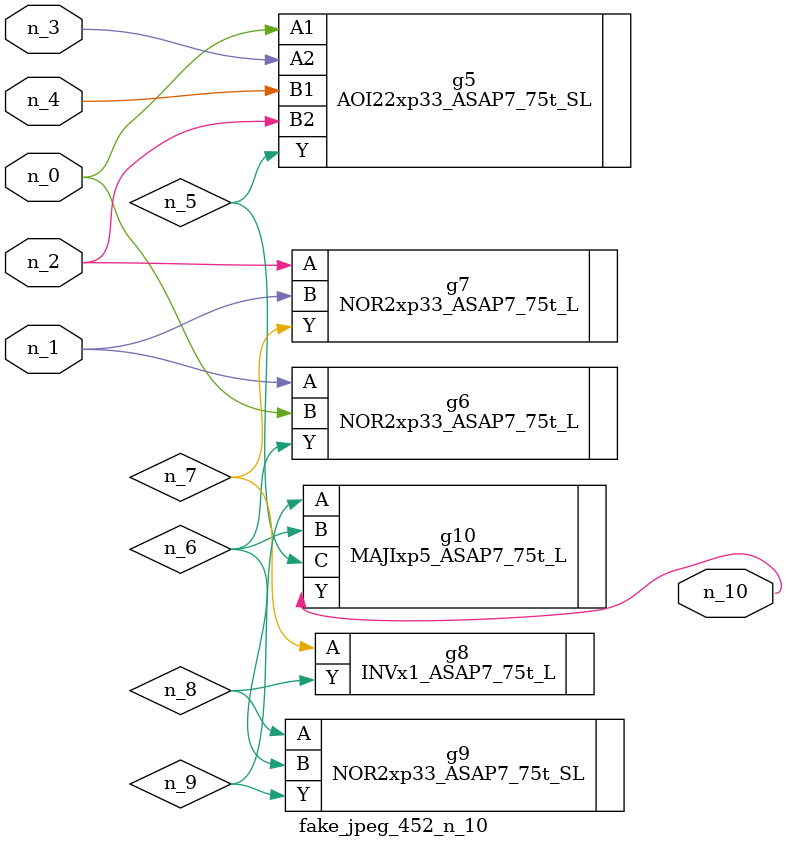
<source format=v>
module fake_jpeg_452_n_10 (n_3, n_2, n_1, n_0, n_4, n_10);

input n_3;
input n_2;
input n_1;
input n_0;
input n_4;

output n_10;

wire n_8;
wire n_9;
wire n_6;
wire n_5;
wire n_7;

AOI22xp33_ASAP7_75t_SL g5 ( 
.A1(n_0),
.A2(n_3),
.B1(n_4),
.B2(n_2),
.Y(n_5)
);

NOR2xp33_ASAP7_75t_L g6 ( 
.A(n_1),
.B(n_0),
.Y(n_6)
);

NOR2xp33_ASAP7_75t_L g7 ( 
.A(n_2),
.B(n_1),
.Y(n_7)
);

INVx1_ASAP7_75t_L g8 ( 
.A(n_7),
.Y(n_8)
);

NOR2xp33_ASAP7_75t_SL g9 ( 
.A(n_8),
.B(n_6),
.Y(n_9)
);

MAJIxp5_ASAP7_75t_L g10 ( 
.A(n_9),
.B(n_6),
.C(n_5),
.Y(n_10)
);


endmodule
</source>
